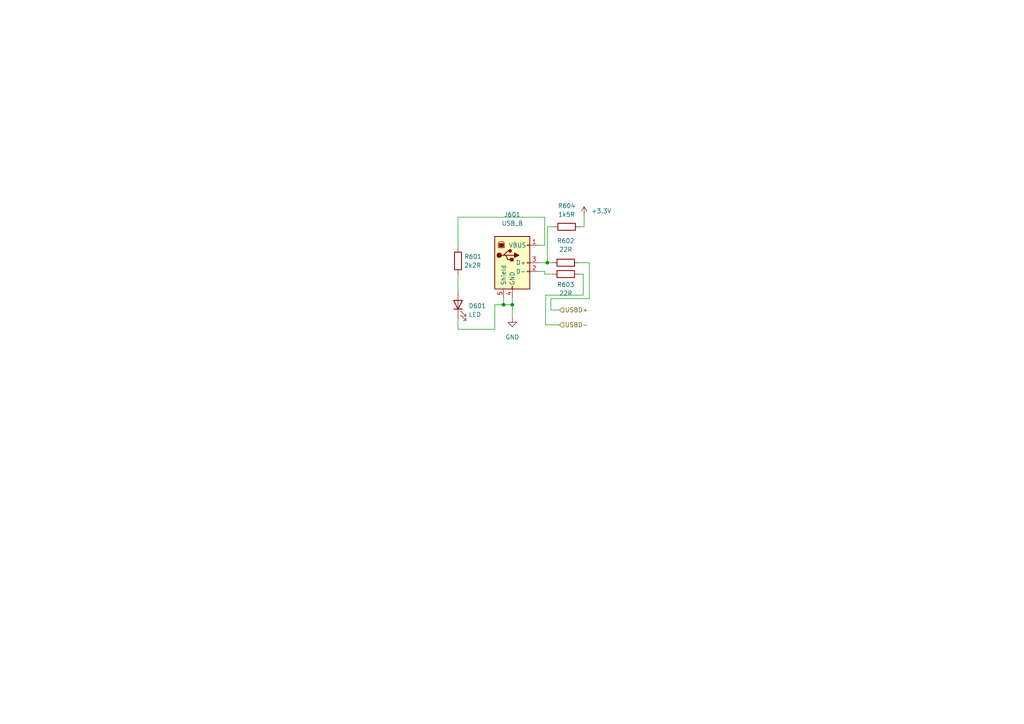
<source format=kicad_sch>
(kicad_sch (version 20211123) (generator eeschema)
  (paper "A4")
  (lib_symbols
    (symbol "Connector:USB_B" (pin_names (offset 1.016))
      (property "Reference" "J" (at -5.08 11.43 0))
      (property "Value" "USB_B" (at -5.08 8.89 0))
      (symbol "USB_B_0_1"
        (rectangle (start -5.08 -7.62) (end 5.08 7.62) (stroke (width 0.254)) (fill (type background)))
        (circle (center -3.81 2.159) (radius 0.635) (stroke (width 0.254)) (fill (type outline)))
        (rectangle (start -3.81 5.588) (end -2.54 4.572) (fill (type outline)))
        (circle (center -0.635 3.429) (radius 0.381) (stroke (width 0.254)) (fill (type outline)))
        (rectangle (start -0.127 -7.62) (end 0.127 -6.858))
        (polyline (pts (xy -1.905 2.159) (xy 0.635 2.159)) (stroke (width 0.254)))
        (polyline (pts (xy -3.175 2.159) (xy -2.54 2.159) (xy -1.27 3.429) (xy -0.635 3.429)) (stroke (width 0.254)))
        (polyline (pts (xy -2.54 2.159) (xy -1.905 2.159) (xy -1.27 0.889) (xy 0 0.889)) (stroke (width 0.254)))
        (polyline (pts (xy 0.635 2.794) (xy 0.635 1.524) (xy 1.905 2.159) (xy 0.635 2.794)) (stroke (width 0.254)) (fill (type outline)))
        (polyline (pts (xy -4.064 4.318) (xy -2.286 4.318) (xy -2.286 5.715) (xy -2.667 6.096) (xy -3.683 6.096) (xy -4.064 5.715) (xy -4.064 4.318)))
        (rectangle (start 0.254 1.27) (end -0.508 0.508) (stroke (width 0.254)) (fill (type outline)))
        (rectangle (start 5.08 -2.667) (end 4.318 -2.413))
        (rectangle (start 5.08 -0.127) (end 4.318 0.127))
        (rectangle (start 5.08 4.953) (end 4.318 5.207))
      )
      (symbol "USB_B_1_1"
        (pin power_out line (at 7.62 5.08 180) (length 2.54) (name "VBUS") (number "1"))
        (pin bidirectional line (at 7.62 -2.54 180) (length 2.54) (name "D-") (number "2"))
        (pin bidirectional line (at 7.62 0 180) (length 2.54) (name "D+") (number "3"))
        (pin power_out line (at 0 -10.16 90) (length 2.54) (name "GND") (number "4"))
        (pin passive line (at -2.54 -10.16 90) (length 2.54) (name "Shield") (number "5"))
      )
    )
    (symbol "Device:LED" (pin_numbers hide) (pin_names (offset 1.016) hide)
      (property "Reference" "D" (at 0 2.54 0))
      (property "Value" "LED" (at 0 -2.54 0))
      (symbol "LED_0_1"
        (polyline (pts (xy -1.27 -1.27) (xy -1.27 1.27)) (stroke (width 0.254)))
        (polyline (pts (xy -1.27 0) (xy 1.27 0)))
        (polyline (pts (xy 1.27 -1.27) (xy 1.27 1.27) (xy -1.27 0) (xy 1.27 -1.27)) (stroke (width 0.254)))
        (polyline (pts (xy -3.048 -0.762) (xy -4.572 -2.286) (xy -3.81 -2.286) (xy -4.572 -2.286) (xy -4.572 -1.524)))
        (polyline (pts (xy -1.778 -0.762) (xy -3.302 -2.286) (xy -2.54 -2.286) (xy -3.302 -2.286) (xy -3.302 -1.524)))
      )
      (symbol "LED_1_1"
        (pin passive line (at -3.81 0 0) (length 2.54) (name "K") (number "1"))
        (pin passive line (at 3.81 0 180) (length 2.54) (name "A") (number "2"))
      )
    )
    (symbol "Device:R" (pin_numbers hide) (pin_names (offset 0))
      (property "Reference" "R" (at 2.032 0 90))
      (property "Value" "R" (at 0 0 90))
      (symbol "R_0_1"
        (rectangle (start -1.016 -2.54) (end 1.016 2.54) (stroke (width 0.254)))
      )
      (symbol "R_1_1"
        (pin passive line (at 0 3.81 270) (length 1.27) (name "~") (number "1"))
        (pin passive line (at 0 -3.81 90) (length 1.27) (name "~") (number "2"))
      )
    )
    (symbol "power:+3.3V" (power) (pin_names (offset 0))
      (property "Value" "+3.3V" (at 0 3.556 0))
      (symbol "+3.3V_0_1"
        (polyline (pts (xy -0.762 1.27) (xy 0 2.54)))
        (polyline (pts (xy 0 0) (xy 0 2.54)))
        (polyline (pts (xy 0 2.54) (xy 0.762 1.27)))
      )
      (symbol "+3.3V_1_1"
        (pin power_in line (at 0 0 90) (length 0) hide (name "+3.3V") (number "1"))
      )
    )
    (symbol "power:GND" (power) (pin_names (offset 0))
      (property "Value" "GND" (at 0 -3.81 0))
      (symbol "GND_0_1"
        (polyline (pts (xy 0 0) (xy 0 -1.27) (xy 1.27 -1.27) (xy 0 -2.54) (xy -1.27 -1.27) (xy 0 -1.27)))
      )
      (symbol "GND_1_1"
        (pin power_in line (at 0 0 270) (length 0) hide (name "GND") (number "1"))
      )
    )
  )
  (junction (at 158.75 76.2))
  (junction (at 146.05 88.392))
  (junction (at 148.59 88.392))
  (wire (pts (xy 158.242 94.234) (xy 162.306 94.234)))
  (wire (pts (xy 148.59 88.392) (xy 148.59 92.202)))
  (wire (pts (xy 143.51 88.392) (xy 146.05 88.392)))
  (wire (pts (xy 132.842 62.992) (xy 157.988 62.992)))
  (wire (pts (xy 158.75 76.2) (xy 160.274 76.2)))
  (wire (pts (xy 157.988 71.12) (xy 156.21 71.12)))
  (wire (pts (xy 159.766 89.916) (xy 162.306 89.916)))
  (wire (pts (xy 148.59 86.36) (xy 148.59 88.392)))
  (wire (pts (xy 158.75 65.786) (xy 158.75 76.2)))
  (wire (pts (xy 170.942 76.2) (xy 170.942 86.614)))
  (wire (pts (xy 156.21 76.2) (xy 158.75 76.2)))
  (wire (pts (xy 143.51 95.504) (xy 143.51 88.392)))
  (wire (pts (xy 156.21 78.74) (xy 157.988 78.74)))
  (wire (pts (xy 167.894 79.502) (xy 169.164 79.502)))
  (wire (pts (xy 169.164 79.502) (xy 169.164 85.598)))
  (wire (pts (xy 132.842 92.202) (xy 132.842 95.504)))
  (wire (pts (xy 132.842 71.882) (xy 132.842 62.992)))
  (wire (pts (xy 132.842 95.504) (xy 143.51 95.504)))
  (wire (pts (xy 146.05 88.392) (xy 148.59 88.392)))
  (wire (pts (xy 169.164 85.598) (xy 158.242 85.598)))
  (wire (pts (xy 157.988 79.502) (xy 160.274 79.502)))
  (wire (pts (xy 160.528 65.786) (xy 158.75 65.786)))
  (wire (pts (xy 157.988 78.74) (xy 157.988 79.502)))
  (wire (pts (xy 170.942 86.614) (xy 159.766 86.614)))
  (wire (pts (xy 168.148 65.786) (xy 169.418 65.786)))
  (wire (pts (xy 169.418 62.484) (xy 169.418 65.786)))
  (wire (pts (xy 157.988 62.992) (xy 157.988 71.12)))
  (wire (pts (xy 158.242 85.598) (xy 158.242 94.234)))
  (wire (pts (xy 167.894 76.2) (xy 170.942 76.2)))
  (wire (pts (xy 146.05 86.36) (xy 146.05 88.392)))
  (wire (pts (xy 159.766 86.614) (xy 159.766 89.916)))
  (wire (pts (xy 132.842 79.502) (xy 132.842 84.582)))
  (hierarchical_label "USBD+" (shape input) (at 162.306 89.916 0))
  (hierarchical_label "USBD-" (shape input) (at 162.306 94.234 0))
  (symbol (lib_id "Device:R") (at 164.338 65.786 270) (unit 1)
    (property "Reference" "R604" (at 164.338 59.69 90))
    (property "Value" "1k5R" (at 164.338 62.23 90))
    (property "Footprint" "Resistor_SMD:R_0805_2012Metric" (effects hide))
  )
  (symbol (lib_id "Connector:USB_B") (at 148.59 76.2 0) (unit 1)
    (property "Reference" "J601" (at 148.59 62.23 0))
    (property "Value" "USB_B" (at 148.59 64.77 0))
    (property "Footprint" "Connector_USB:USB_B_OST_USB-B1HSxx_Horizontal" (effects hide))
    (property "Datasheet" " ~" (effects hide))
  )
  (symbol (lib_id "Device:R") (at 132.842 75.692 0) (unit 1)
    (property "Reference" "R601" (at 134.62 74.4219 0) (effects (justify left)))
    (property "Value" "2k2R" (at 134.62 76.9619 0) (effects (justify left)))
    (property "Footprint" "Resistor_SMD:R_0805_2012Metric" (effects hide))
  )
  (symbol (lib_id "Device:R") (at 164.084 79.502 270) (unit 1)
    (property "Reference" "R603" (at 164.084 82.55 90))
    (property "Value" "22R" (at 164.084 85.09 90))
    (property "Footprint" "Resistor_SMD:R_0805_2012Metric" (effects hide))
  )
  (symbol (lib_id "power:+3.3V") (at 169.418 62.484 0) (unit 1)
    (property "Reference" "#PWR0602" (effects hide))
    (property "Value" "+3.3V" (at 171.45 61.2139 0) (effects (justify left)))
  )
  (symbol (lib_id "power:GND") (at 148.59 92.202 0) (unit 1)
    (property "Reference" "#PWR0601" (effects hide))
    (property "Value" "GND" (at 148.59 97.79 0))
  )
  (symbol (lib_id "Device:R") (at 164.084 76.2 270) (unit 1)
    (property "Reference" "R602" (at 164.084 69.85 90))
    (property "Value" "22R" (at 164.084 72.39 90))
    (property "Footprint" "Resistor_SMD:R_0805_2012Metric" (effects hide))
  )
  (symbol (lib_id "Device:LED") (at 132.842 88.392 90) (unit 1)
    (property "Reference" "D601" (at 135.89 88.7094 90) (effects (justify right)))
    (property "Value" "LED" (at 135.89 91.2494 90) (effects (justify right)))
    (property "Footprint" "Diode_SMD:D_0805_2012Metric" (effects hide))
  )
)
</source>
